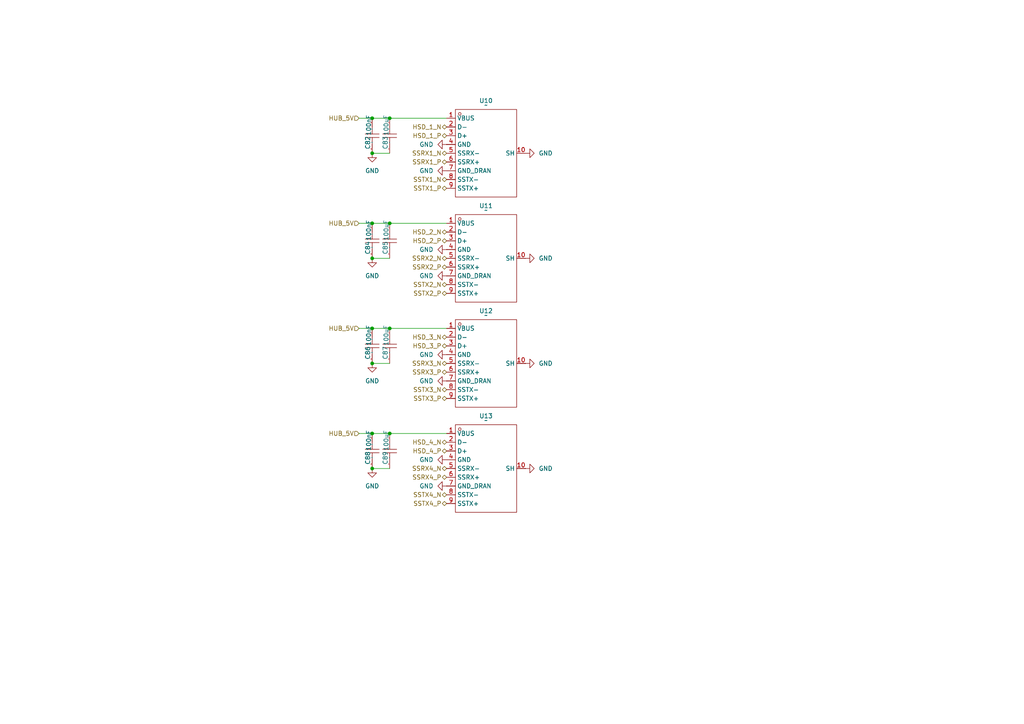
<source format=kicad_sch>
(kicad_sch
	(version 20231120)
	(generator "eeschema")
	(generator_version "8.0")
	(uuid "535b0c82-9c13-4c46-b12d-cecfef2975c8")
	(paper "A4")
	(lib_symbols
		(symbol "persional_library:C0603"
			(exclude_from_sim no)
			(in_bom yes)
			(on_board yes)
			(property "Reference" "C"
				(at 0 0 0)
				(effects
					(font
						(size 1.27 1.27)
					)
				)
			)
			(property "Value" "1uF"
				(at 0 0 0)
				(effects
					(font
						(size 1.27 1.27)
					)
					(hide yes)
				)
			)
			(property "Footprint" "persional_library:C0603"
				(at 0 0 0)
				(effects
					(font
						(size 1.27 1.27)
					)
					(hide yes)
				)
			)
			(property "Datasheet" "https://item.szlcsc.com/datasheet/CL10A105KB8NNNC/16531.html"
				(at 0 0 0)
				(effects
					(font
						(size 1.27 1.27)
					)
					(hide yes)
				)
			)
			(property "Description" "容值:1uF;精度:±10%;额定电压:50V;温度系数:X5R;"
				(at 0 0 0)
				(effects
					(font
						(size 1.27 1.27)
					)
					(hide yes)
				)
			)
			(property "Manufacturer Part" "CL10A105KB8NNNC"
				(at 0 0 0)
				(effects
					(font
						(size 1.27 1.27)
					)
					(hide yes)
				)
			)
			(property "Manufacturer" "SAMSUNG(三星)"
				(at 0 0 0)
				(effects
					(font
						(size 1.27 1.27)
					)
					(hide yes)
				)
			)
			(property "Supplier Part" "C15849"
				(at 0 0 0)
				(effects
					(font
						(size 1.27 1.27)
					)
					(hide yes)
				)
			)
			(property "Supplier" "LCSC"
				(at 0 0 0)
				(effects
					(font
						(size 1.27 1.27)
					)
					(hide yes)
				)
			)
			(property "LCSC Part Name" "1uF ±10% 50V"
				(at 0 0 0)
				(effects
					(font
						(size 1.27 1.27)
					)
					(hide yes)
				)
			)
			(symbol "C0603_1_0"
				(polyline
					(pts
						(xy -0.508 -2.032) (xy -0.508 2.032)
					)
					(stroke
						(width 0)
						(type default)
					)
					(fill
						(type none)
					)
				)
				(polyline
					(pts
						(xy -0.508 0) (xy -2.54 0)
					)
					(stroke
						(width 0)
						(type default)
					)
					(fill
						(type none)
					)
				)
				(polyline
					(pts
						(xy 0.508 2.032) (xy 0.508 -2.032)
					)
					(stroke
						(width 0)
						(type default)
					)
					(fill
						(type none)
					)
				)
				(polyline
					(pts
						(xy 2.54 0) (xy 0.508 0)
					)
					(stroke
						(width 0)
						(type default)
					)
					(fill
						(type none)
					)
				)
				(pin unspecified line
					(at -5.08 0 0)
					(length 2.54)
					(name "1"
						(effects
							(font
								(size 0.0254 0.0254)
							)
						)
					)
					(number "1"
						(effects
							(font
								(size 0.0254 0.0254)
							)
						)
					)
				)
				(pin unspecified line
					(at 5.08 0 180)
					(length 2.54)
					(name "2"
						(effects
							(font
								(size 0.0254 0.0254)
							)
						)
					)
					(number "2"
						(effects
							(font
								(size 0.0254 0.0254)
							)
						)
					)
				)
			)
		)
		(symbol "persional_library:HC-USB3.0-L168-WP"
			(exclude_from_sim no)
			(in_bom yes)
			(on_board yes)
			(property "Reference" "U"
				(at 0 0 0)
				(effects
					(font
						(size 1.27 1.27)
					)
				)
			)
			(property "Value" ""
				(at 0 0 0)
				(effects
					(font
						(size 1.27 1.27)
					)
				)
			)
			(property "Footprint" "persional_library:USB-TH_USB3.0-A"
				(at 0 0 0)
				(effects
					(font
						(size 1.27 1.27)
					)
					(hide yes)
				)
			)
			(property "Datasheet" "https://atta.szlcsc.com/upload/public/pdf/source/20250106/8BA10F86CAFCDDAE18949503A37B0231.pdf"
				(at 0 0 0)
				(effects
					(font
						(size 1.27 1.27)
					)
					(hide yes)
				)
			)
			(property "Description" "连接器类型:Type-A;协议标准:USB 3.0;公母:母;安装方式:弯插;触点数量:9P;端口数量:1;额定电流 - 电源:1.5A;工作温度:-25°C~+70°C;"
				(at 0 0 0)
				(effects
					(font
						(size 1.27 1.27)
					)
					(hide yes)
				)
			)
			(property "Manufacturer Part" "HC-USB3.0-L168-WP"
				(at 0 0 0)
				(effects
					(font
						(size 1.27 1.27)
					)
					(hide yes)
				)
			)
			(property "Manufacturer" "HC(虹成电子)"
				(at 0 0 0)
				(effects
					(font
						(size 1.27 1.27)
					)
					(hide yes)
				)
			)
			(property "Supplier Part" "C7501850"
				(at 0 0 0)
				(effects
					(font
						(size 1.27 1.27)
					)
					(hide yes)
				)
			)
			(property "Supplier" "LCSC"
				(at 0 0 0)
				(effects
					(font
						(size 1.27 1.27)
					)
					(hide yes)
				)
			)
			(property "LCSC Part Name" "Type-A 母 弯插 USB3.0 A母90度 弯脚蓝色平口 吸塑盒"
				(at 0 0 0)
				(effects
					(font
						(size 1.27 1.27)
					)
					(hide yes)
				)
			)
			(symbol "HC-USB3.0-L168-WP_1_0"
				(rectangle
					(start -10.16 -12.7)
					(end 7.62 12.7)
					(stroke
						(width 0)
						(type default)
					)
					(fill
						(type none)
					)
				)
				(circle
					(center -8.89 11.43)
					(radius 0.381)
					(stroke
						(width 0)
						(type default)
					)
					(fill
						(type none)
					)
				)
				(pin unspecified line
					(at -12.7 10.16 0)
					(length 2.54)
					(name "VBUS"
						(effects
							(font
								(size 1.27 1.27)
							)
						)
					)
					(number "1"
						(effects
							(font
								(size 1.27 1.27)
							)
						)
					)
				)
				(pin unspecified line
					(at 10.16 0 180)
					(length 2.54)
					(name "SH"
						(effects
							(font
								(size 1.27 1.27)
							)
						)
					)
					(number "10"
						(effects
							(font
								(size 1.27 1.27)
							)
						)
					)
				)
				(pin unspecified line
					(at -12.7 7.62 0)
					(length 2.54)
					(name "D-"
						(effects
							(font
								(size 1.27 1.27)
							)
						)
					)
					(number "2"
						(effects
							(font
								(size 1.27 1.27)
							)
						)
					)
				)
				(pin unspecified line
					(at -12.7 5.08 0)
					(length 2.54)
					(name "D+"
						(effects
							(font
								(size 1.27 1.27)
							)
						)
					)
					(number "3"
						(effects
							(font
								(size 1.27 1.27)
							)
						)
					)
				)
				(pin unspecified line
					(at -12.7 2.54 0)
					(length 2.54)
					(name "GND"
						(effects
							(font
								(size 1.27 1.27)
							)
						)
					)
					(number "4"
						(effects
							(font
								(size 1.27 1.27)
							)
						)
					)
				)
				(pin unspecified line
					(at -12.7 0 0)
					(length 2.54)
					(name "SSRX-"
						(effects
							(font
								(size 1.27 1.27)
							)
						)
					)
					(number "5"
						(effects
							(font
								(size 1.27 1.27)
							)
						)
					)
				)
				(pin unspecified line
					(at -12.7 -2.54 0)
					(length 2.54)
					(name "SSRX+"
						(effects
							(font
								(size 1.27 1.27)
							)
						)
					)
					(number "6"
						(effects
							(font
								(size 1.27 1.27)
							)
						)
					)
				)
				(pin unspecified line
					(at -12.7 -5.08 0)
					(length 2.54)
					(name "GND_DRAN"
						(effects
							(font
								(size 1.27 1.27)
							)
						)
					)
					(number "7"
						(effects
							(font
								(size 1.27 1.27)
							)
						)
					)
				)
				(pin unspecified line
					(at -12.7 -7.62 0)
					(length 2.54)
					(name "SSTX-"
						(effects
							(font
								(size 1.27 1.27)
							)
						)
					)
					(number "8"
						(effects
							(font
								(size 1.27 1.27)
							)
						)
					)
				)
				(pin unspecified line
					(at -12.7 -10.16 0)
					(length 2.54)
					(name "SSTX+"
						(effects
							(font
								(size 1.27 1.27)
							)
						)
					)
					(number "9"
						(effects
							(font
								(size 1.27 1.27)
							)
						)
					)
				)
			)
		)
		(symbol "power:GND"
			(power)
			(pin_numbers hide)
			(pin_names
				(offset 0) hide)
			(exclude_from_sim no)
			(in_bom yes)
			(on_board yes)
			(property "Reference" "#PWR"
				(at 0 -6.35 0)
				(effects
					(font
						(size 1.27 1.27)
					)
					(hide yes)
				)
			)
			(property "Value" "GND"
				(at 0 -3.81 0)
				(effects
					(font
						(size 1.27 1.27)
					)
				)
			)
			(property "Footprint" ""
				(at 0 0 0)
				(effects
					(font
						(size 1.27 1.27)
					)
					(hide yes)
				)
			)
			(property "Datasheet" ""
				(at 0 0 0)
				(effects
					(font
						(size 1.27 1.27)
					)
					(hide yes)
				)
			)
			(property "Description" "Power symbol creates a global label with name \"GND\" , ground"
				(at 0 0 0)
				(effects
					(font
						(size 1.27 1.27)
					)
					(hide yes)
				)
			)
			(property "ki_keywords" "global power"
				(at 0 0 0)
				(effects
					(font
						(size 1.27 1.27)
					)
					(hide yes)
				)
			)
			(symbol "GND_0_1"
				(polyline
					(pts
						(xy 0 0) (xy 0 -1.27) (xy 1.27 -1.27) (xy 0 -2.54) (xy -1.27 -1.27) (xy 0 -1.27)
					)
					(stroke
						(width 0)
						(type default)
					)
					(fill
						(type none)
					)
				)
			)
			(symbol "GND_1_1"
				(pin power_in line
					(at 0 0 270)
					(length 0)
					(name "~"
						(effects
							(font
								(size 1.27 1.27)
							)
						)
					)
					(number "1"
						(effects
							(font
								(size 1.27 1.27)
							)
						)
					)
				)
			)
		)
	)
	(junction
		(at 113.03 95.25)
		(diameter 0)
		(color 0 0 0 0)
		(uuid "02d03010-5166-4387-b314-0cd5d7975382")
	)
	(junction
		(at 107.95 105.41)
		(diameter 0)
		(color 0 0 0 0)
		(uuid "0a32d6f4-b451-474c-b00d-634ab929aa68")
	)
	(junction
		(at 107.95 125.73)
		(diameter 0)
		(color 0 0 0 0)
		(uuid "0e9214aa-635f-4bcb-b3b3-0078cc4e394f")
	)
	(junction
		(at 107.95 135.89)
		(diameter 0)
		(color 0 0 0 0)
		(uuid "18049827-58ea-4eff-9b71-96eee73eb3fd")
	)
	(junction
		(at 113.03 34.29)
		(diameter 0)
		(color 0 0 0 0)
		(uuid "2e5ef007-a9c6-4e70-94f0-4b7c40efb898")
	)
	(junction
		(at 107.95 34.29)
		(diameter 0)
		(color 0 0 0 0)
		(uuid "3dadc8ae-ddf8-462b-a0ee-1384f02c8242")
	)
	(junction
		(at 107.95 64.77)
		(diameter 0)
		(color 0 0 0 0)
		(uuid "46cdac82-5ac6-4419-b9bc-84e64ff9b0c7")
	)
	(junction
		(at 107.95 44.45)
		(diameter 0)
		(color 0 0 0 0)
		(uuid "52230978-dcd7-4adc-ad2d-5d6a30091c8d")
	)
	(junction
		(at 107.95 74.93)
		(diameter 0)
		(color 0 0 0 0)
		(uuid "86a0dc8c-fa2b-4035-830e-3c0f0547a15e")
	)
	(junction
		(at 107.95 95.25)
		(diameter 0)
		(color 0 0 0 0)
		(uuid "b62e0cad-4eb4-40f5-be35-76ae6ff44543")
	)
	(junction
		(at 113.03 125.73)
		(diameter 0)
		(color 0 0 0 0)
		(uuid "e0a415fc-ce5a-431e-9b24-fc3110f64565")
	)
	(junction
		(at 113.03 64.77)
		(diameter 0)
		(color 0 0 0 0)
		(uuid "f4250cd1-bec2-496a-b24f-40d3855ecefd")
	)
	(wire
		(pts
			(xy 104.14 34.29) (xy 107.95 34.29)
		)
		(stroke
			(width 0)
			(type default)
		)
		(uuid "056ac02a-f136-4713-b147-820a2172bf08")
	)
	(wire
		(pts
			(xy 107.95 135.89) (xy 113.03 135.89)
		)
		(stroke
			(width 0)
			(type default)
		)
		(uuid "1c45f657-6695-4c01-affc-0fdc508693fe")
	)
	(wire
		(pts
			(xy 113.03 95.25) (xy 129.54 95.25)
		)
		(stroke
			(width 0)
			(type default)
		)
		(uuid "2af189b0-80f6-42e1-9cfd-bde863ee4c41")
	)
	(wire
		(pts
			(xy 107.95 34.29) (xy 113.03 34.29)
		)
		(stroke
			(width 0)
			(type default)
		)
		(uuid "2e067f1e-9764-4d68-b617-7bcd895925a9")
	)
	(wire
		(pts
			(xy 113.03 34.29) (xy 129.54 34.29)
		)
		(stroke
			(width 0)
			(type default)
		)
		(uuid "4d002dc4-9371-4588-be3c-d873509fb5f3")
	)
	(wire
		(pts
			(xy 113.03 125.73) (xy 129.54 125.73)
		)
		(stroke
			(width 0)
			(type default)
		)
		(uuid "5152839b-2334-40dc-b8c4-18df8d52ebd1")
	)
	(wire
		(pts
			(xy 104.14 125.73) (xy 107.95 125.73)
		)
		(stroke
			(width 0)
			(type default)
		)
		(uuid "536c8a7a-145c-451b-9046-ae69491372be")
	)
	(wire
		(pts
			(xy 107.95 105.41) (xy 113.03 105.41)
		)
		(stroke
			(width 0)
			(type default)
		)
		(uuid "5bcc86ec-fe00-43c7-8ba3-9d331083667a")
	)
	(wire
		(pts
			(xy 107.95 95.25) (xy 113.03 95.25)
		)
		(stroke
			(width 0)
			(type default)
		)
		(uuid "5eeb182b-8429-4bc5-95f5-c48ac9bb4afd")
	)
	(wire
		(pts
			(xy 113.03 64.77) (xy 129.54 64.77)
		)
		(stroke
			(width 0)
			(type default)
		)
		(uuid "67800bfe-edf4-4240-b86f-9ec6cebf605f")
	)
	(wire
		(pts
			(xy 107.95 44.45) (xy 113.03 44.45)
		)
		(stroke
			(width 0)
			(type default)
		)
		(uuid "b198e1d5-a9c3-4e30-b0ff-8b6db6f1d5b1")
	)
	(wire
		(pts
			(xy 107.95 64.77) (xy 113.03 64.77)
		)
		(stroke
			(width 0)
			(type default)
		)
		(uuid "c2589a0e-da01-4887-94c5-fed5f78c6990")
	)
	(wire
		(pts
			(xy 104.14 64.77) (xy 107.95 64.77)
		)
		(stroke
			(width 0)
			(type default)
		)
		(uuid "ce22ca83-ba2e-437f-858d-12de265f8b27")
	)
	(wire
		(pts
			(xy 107.95 125.73) (xy 113.03 125.73)
		)
		(stroke
			(width 0)
			(type default)
		)
		(uuid "cf06de79-98b7-4cb7-a5d7-03e2bb3ff5c9")
	)
	(wire
		(pts
			(xy 107.95 74.93) (xy 113.03 74.93)
		)
		(stroke
			(width 0)
			(type default)
		)
		(uuid "d08e3c72-fc51-43db-84ab-2633564f8ba3")
	)
	(wire
		(pts
			(xy 104.14 95.25) (xy 107.95 95.25)
		)
		(stroke
			(width 0)
			(type default)
		)
		(uuid "ea6f5b8b-2d6c-443c-915c-309a05bccc3a")
	)
	(hierarchical_label "SSRX4_P"
		(shape bidirectional)
		(at 129.54 138.43 180)
		(effects
			(font
				(size 1.27 1.27)
			)
			(justify right)
		)
		(uuid "02019d04-2ce0-4612-9720-54e3bf9bded0")
	)
	(hierarchical_label "SSTX4_P"
		(shape bidirectional)
		(at 129.54 146.05 180)
		(effects
			(font
				(size 1.27 1.27)
			)
			(justify right)
		)
		(uuid "091debd1-93e9-4781-afbc-64f546888ea5")
	)
	(hierarchical_label "HSD_4_P"
		(shape bidirectional)
		(at 129.54 130.81 180)
		(effects
			(font
				(size 1.27 1.27)
			)
			(justify right)
		)
		(uuid "1678803e-a676-4148-b6ea-83dda32b4e34")
	)
	(hierarchical_label "SSTX1_P"
		(shape bidirectional)
		(at 129.54 54.61 180)
		(effects
			(font
				(size 1.27 1.27)
			)
			(justify right)
		)
		(uuid "16a43a84-d83c-4a23-830d-1b6c0009e106")
	)
	(hierarchical_label "HUB_5V"
		(shape input)
		(at 104.14 64.77 180)
		(effects
			(font
				(size 1.27 1.27)
			)
			(justify right)
		)
		(uuid "1d8cceed-3c82-4185-8583-7c92e94afca5")
	)
	(hierarchical_label "SSTX3_N"
		(shape bidirectional)
		(at 129.54 113.03 180)
		(effects
			(font
				(size 1.27 1.27)
			)
			(justify right)
		)
		(uuid "25c38b92-7e5c-4d9b-ab62-4edc540a40b1")
	)
	(hierarchical_label "SSRX2_N"
		(shape bidirectional)
		(at 129.54 74.93 180)
		(effects
			(font
				(size 1.27 1.27)
			)
			(justify right)
		)
		(uuid "2cbef059-0535-4785-8e16-1fe4daf54003")
	)
	(hierarchical_label "HUB_5V"
		(shape input)
		(at 104.14 125.73 180)
		(effects
			(font
				(size 1.27 1.27)
			)
			(justify right)
		)
		(uuid "300922f3-2a7b-46d9-9ba4-2db023b01bf6")
	)
	(hierarchical_label "SSRX3_N"
		(shape bidirectional)
		(at 129.54 105.41 180)
		(effects
			(font
				(size 1.27 1.27)
			)
			(justify right)
		)
		(uuid "358b96c9-ca98-450e-8184-6cf092802985")
	)
	(hierarchical_label "HUB_5V"
		(shape input)
		(at 104.14 95.25 180)
		(effects
			(font
				(size 1.27 1.27)
			)
			(justify right)
		)
		(uuid "4adf0cf5-d7c3-4bff-958f-3f7d0c8141bf")
	)
	(hierarchical_label "SSRX1_P"
		(shape bidirectional)
		(at 129.54 46.99 180)
		(effects
			(font
				(size 1.27 1.27)
			)
			(justify right)
		)
		(uuid "5904fb32-b9f2-4684-870c-3ff868962603")
	)
	(hierarchical_label "SSRX3_P"
		(shape bidirectional)
		(at 129.54 107.95 180)
		(effects
			(font
				(size 1.27 1.27)
			)
			(justify right)
		)
		(uuid "5e0ee794-9950-45a3-9bdf-47763a0a6d31")
	)
	(hierarchical_label "SSRX2_P"
		(shape bidirectional)
		(at 129.54 77.47 180)
		(effects
			(font
				(size 1.27 1.27)
			)
			(justify right)
		)
		(uuid "6184bc57-0cce-441d-ac8c-032410db03ef")
	)
	(hierarchical_label "SSRX4_N"
		(shape bidirectional)
		(at 129.54 135.89 180)
		(effects
			(font
				(size 1.27 1.27)
			)
			(justify right)
		)
		(uuid "7883a9d8-9c78-4004-8680-4b5e70804d28")
	)
	(hierarchical_label "HSD_4_N"
		(shape bidirectional)
		(at 129.54 128.27 180)
		(effects
			(font
				(size 1.27 1.27)
			)
			(justify right)
		)
		(uuid "7db74559-7277-439d-b0f1-39de38933abf")
	)
	(hierarchical_label "HSD_1_N"
		(shape bidirectional)
		(at 129.54 36.83 180)
		(effects
			(font
				(size 1.27 1.27)
			)
			(justify right)
		)
		(uuid "82252a09-fdb4-4ab0-b7f4-50d49f55d92d")
	)
	(hierarchical_label "HSD_2_N"
		(shape bidirectional)
		(at 129.54 67.31 180)
		(effects
			(font
				(size 1.27 1.27)
			)
			(justify right)
		)
		(uuid "8506040d-6d71-4ac2-9897-545c682c4e49")
	)
	(hierarchical_label "SSTX2_P"
		(shape bidirectional)
		(at 129.54 85.09 180)
		(effects
			(font
				(size 1.27 1.27)
			)
			(justify right)
		)
		(uuid "93b2a754-cdc2-4658-845f-41f76bb69fde")
	)
	(hierarchical_label "SSTX4_N"
		(shape bidirectional)
		(at 129.54 143.51 180)
		(effects
			(font
				(size 1.27 1.27)
			)
			(justify right)
		)
		(uuid "9e762ab2-1ba0-41cd-b4b1-bd92953091f1")
	)
	(hierarchical_label "HSD_3_P"
		(shape bidirectional)
		(at 129.54 100.33 180)
		(effects
			(font
				(size 1.27 1.27)
			)
			(justify right)
		)
		(uuid "be5ffba8-33e9-4ee2-b20e-fb9ca7c9791f")
	)
	(hierarchical_label "SSTX3_P"
		(shape bidirectional)
		(at 129.54 115.57 180)
		(effects
			(font
				(size 1.27 1.27)
			)
			(justify right)
		)
		(uuid "bfe0d5b6-bd43-4248-9f42-85280e8b48af")
	)
	(hierarchical_label "SSTX2_N"
		(shape bidirectional)
		(at 129.54 82.55 180)
		(effects
			(font
				(size 1.27 1.27)
			)
			(justify right)
		)
		(uuid "cf5c721e-7315-49ca-8f5e-77d9d85e6621")
	)
	(hierarchical_label "HSD_2_P"
		(shape bidirectional)
		(at 129.54 69.85 180)
		(effects
			(font
				(size 1.27 1.27)
			)
			(justify right)
		)
		(uuid "d998897f-c573-4da6-b145-9662c51ca3f2")
	)
	(hierarchical_label "HUB_5V"
		(shape input)
		(at 104.14 34.29 180)
		(effects
			(font
				(size 1.27 1.27)
			)
			(justify right)
		)
		(uuid "e1c6b61c-0894-43ef-9561-b5c85460e740")
	)
	(hierarchical_label "SSRX1_N"
		(shape bidirectional)
		(at 129.54 44.45 180)
		(effects
			(font
				(size 1.27 1.27)
			)
			(justify right)
		)
		(uuid "ef4d3195-b5e1-4e0d-b011-0356bf3e0276")
	)
	(hierarchical_label "HSD_1_P"
		(shape bidirectional)
		(at 129.54 39.37 180)
		(effects
			(font
				(size 1.27 1.27)
			)
			(justify right)
		)
		(uuid "f24fa805-4ce6-4a3e-87d8-10835e817da3")
	)
	(hierarchical_label "HSD_3_N"
		(shape bidirectional)
		(at 129.54 97.79 180)
		(effects
			(font
				(size 1.27 1.27)
			)
			(justify right)
		)
		(uuid "f37945a7-8cfd-4232-97d5-0d87a887cb34")
	)
	(hierarchical_label "SSTX1_N"
		(shape bidirectional)
		(at 129.54 52.07 180)
		(effects
			(font
				(size 1.27 1.27)
			)
			(justify right)
		)
		(uuid "ff9b8681-3ee5-428c-93f0-7b61e67731b5")
	)
	(symbol
		(lib_id "power:GND")
		(at 129.54 140.97 270)
		(unit 1)
		(exclude_from_sim no)
		(in_bom yes)
		(on_board yes)
		(dnp no)
		(fields_autoplaced yes)
		(uuid "0c8da3cb-34db-4083-88f4-aeff50ded15e")
		(property "Reference" "#PWR0150"
			(at 123.19 140.97 0)
			(effects
				(font
					(size 1.27 1.27)
				)
				(hide yes)
			)
		)
		(property "Value" "GND"
			(at 125.73 140.97 90)
			(effects
				(font
					(size 1.27 1.27)
				)
				(justify right)
			)
		)
		(property "Footprint" ""
			(at 129.54 140.97 0)
			(effects
				(font
					(size 1.27 1.27)
				)
				(hide yes)
			)
		)
		(property "Datasheet" ""
			(at 129.54 140.97 0)
			(effects
				(font
					(size 1.27 1.27)
				)
				(hide yes)
			)
		)
		(property "Description" "Power symbol creates a global label with name \"GND\" , ground"
			(at 129.54 140.97 0)
			(effects
				(font
					(size 1.27 1.27)
				)
				(hide yes)
			)
		)
		(pin "1"
			(uuid "809efc18-e802-4268-9b4a-e6d254f53932")
		)
		(instances
			(project "ChinoHub"
				(path "/bb6002ed-6e0a-40ea-a48c-f92cae8db5fa/7fc36221-98ca-48fe-a143-7bbdbb476871"
					(reference "#PWR0150")
					(unit 1)
				)
			)
		)
	)
	(symbol
		(lib_id "power:GND")
		(at 129.54 110.49 270)
		(unit 1)
		(exclude_from_sim no)
		(in_bom yes)
		(on_board yes)
		(dnp no)
		(fields_autoplaced yes)
		(uuid "116dbf06-1a6c-4c4f-86ac-36ab4cb72872")
		(property "Reference" "#PWR0148"
			(at 123.19 110.49 0)
			(effects
				(font
					(size 1.27 1.27)
				)
				(hide yes)
			)
		)
		(property "Value" "GND"
			(at 125.73 110.49 90)
			(effects
				(font
					(size 1.27 1.27)
				)
				(justify right)
			)
		)
		(property "Footprint" ""
			(at 129.54 110.49 0)
			(effects
				(font
					(size 1.27 1.27)
				)
				(hide yes)
			)
		)
		(property "Datasheet" ""
			(at 129.54 110.49 0)
			(effects
				(font
					(size 1.27 1.27)
				)
				(hide yes)
			)
		)
		(property "Description" "Power symbol creates a global label with name \"GND\" , ground"
			(at 129.54 110.49 0)
			(effects
				(font
					(size 1.27 1.27)
				)
				(hide yes)
			)
		)
		(pin "1"
			(uuid "f078fb7e-ece4-4a6f-92d4-879ac0240735")
		)
		(instances
			(project "ChinoHub"
				(path "/bb6002ed-6e0a-40ea-a48c-f92cae8db5fa/7fc36221-98ca-48fe-a143-7bbdbb476871"
					(reference "#PWR0148")
					(unit 1)
				)
			)
		)
	)
	(symbol
		(lib_id "persional_library:C0603")
		(at 107.95 130.81 270)
		(unit 1)
		(exclude_from_sim no)
		(in_bom yes)
		(on_board yes)
		(dnp no)
		(uuid "2c8e205f-f63b-4222-a667-280418fe70b1")
		(property "Reference" "C88"
			(at 106.68 132.842 0)
			(effects
				(font
					(size 1.27 1.27)
				)
			)
		)
		(property "Value" "100nF"
			(at 106.934 127.762 0)
			(effects
				(font
					(size 1.27 1.27)
				)
			)
		)
		(property "Footprint" "persional_library:C0603"
			(at 107.95 130.81 0)
			(effects
				(font
					(size 1.27 1.27)
				)
				(hide yes)
			)
		)
		(property "Datasheet" "https://item.szlcsc.com/datasheet/CL10A105KB8NNNC/16531.html"
			(at 107.95 130.81 0)
			(effects
				(font
					(size 1.27 1.27)
				)
				(hide yes)
			)
		)
		(property "Description" "容值:1uF;精度:±10%;额定电压:50V;温度系数:X5R;"
			(at 107.95 130.81 0)
			(effects
				(font
					(size 1.27 1.27)
				)
				(hide yes)
			)
		)
		(property "Manufacturer Part" "CL10A105KB8NNNC"
			(at 107.95 130.81 0)
			(effects
				(font
					(size 1.27 1.27)
				)
				(hide yes)
			)
		)
		(property "Manufacturer" "SAMSUNG(三星)"
			(at 107.95 130.81 0)
			(effects
				(font
					(size 1.27 1.27)
				)
				(hide yes)
			)
		)
		(property "Supplier Part" "C15849"
			(at 107.95 130.81 0)
			(effects
				(font
					(size 1.27 1.27)
				)
				(hide yes)
			)
		)
		(property "Supplier" "LCSC"
			(at 107.95 130.81 0)
			(effects
				(font
					(size 1.27 1.27)
				)
				(hide yes)
			)
		)
		(property "LCSC Part Name" "1uF ±10% 50V"
			(at 107.95 130.81 0)
			(effects
				(font
					(size 1.27 1.27)
				)
				(hide yes)
			)
		)
		(pin "2"
			(uuid "eb5553a5-1e4e-4df2-9c79-77281deb320c")
		)
		(pin "1"
			(uuid "b7f54642-2ae4-4cd2-b88b-7d3c13f6fdad")
		)
		(instances
			(project "ChinoHub"
				(path "/bb6002ed-6e0a-40ea-a48c-f92cae8db5fa/7fc36221-98ca-48fe-a143-7bbdbb476871"
					(reference "C88")
					(unit 1)
				)
			)
		)
	)
	(symbol
		(lib_id "persional_library:HC-USB3.0-L168-WP")
		(at 142.24 44.45 0)
		(unit 1)
		(exclude_from_sim no)
		(in_bom yes)
		(on_board yes)
		(dnp no)
		(fields_autoplaced yes)
		(uuid "2ce8f4b4-2df5-443b-9ba7-c38a819c165d")
		(property "Reference" "U10"
			(at 140.97 29.21 0)
			(effects
				(font
					(size 1.27 1.27)
				)
			)
		)
		(property "Value" "~"
			(at 140.97 30.48 0)
			(effects
				(font
					(size 1.27 1.27)
				)
			)
		)
		(property "Footprint" "persional_library:USB-TH_USB3.0-A"
			(at 142.24 44.45 0)
			(effects
				(font
					(size 1.27 1.27)
				)
				(hide yes)
			)
		)
		(property "Datasheet" "https://atta.szlcsc.com/upload/public/pdf/source/20250106/8BA10F86CAFCDDAE18949503A37B0231.pdf"
			(at 142.24 44.45 0)
			(effects
				(font
					(size 1.27 1.27)
				)
				(hide yes)
			)
		)
		(property "Description" "连接器类型:Type-A;协议标准:USB 3.0;公母:母;安装方式:弯插;触点数量:9P;端口数量:1;额定电流 - 电源:1.5A;工作温度:-25°C~+70°C;"
			(at 142.24 44.45 0)
			(effects
				(font
					(size 1.27 1.27)
				)
				(hide yes)
			)
		)
		(property "Manufacturer Part" "HC-USB3.0-L168-WP"
			(at 142.24 44.45 0)
			(effects
				(font
					(size 1.27 1.27)
				)
				(hide yes)
			)
		)
		(property "Manufacturer" "HC(虹成电子)"
			(at 142.24 44.45 0)
			(effects
				(font
					(size 1.27 1.27)
				)
				(hide yes)
			)
		)
		(property "Supplier Part" "C7501850"
			(at 142.24 44.45 0)
			(effects
				(font
					(size 1.27 1.27)
				)
				(hide yes)
			)
		)
		(property "Supplier" "LCSC"
			(at 142.24 44.45 0)
			(effects
				(font
					(size 1.27 1.27)
				)
				(hide yes)
			)
		)
		(property "LCSC Part Name" "Type-A 母 弯插 USB3.0 A母90度 弯脚蓝色平口 吸塑盒"
			(at 142.24 44.45 0)
			(effects
				(font
					(size 1.27 1.27)
				)
				(hide yes)
			)
		)
		(pin "1"
			(uuid "7352d1e2-2076-48f6-95a3-03c621bf81b5")
		)
		(pin "4"
			(uuid "3364f2c2-af1e-4526-a421-847cf6b12be4")
		)
		(pin "5"
			(uuid "0e2f33cd-9a06-4219-8870-8ca5cddc0b35")
		)
		(pin "3"
			(uuid "e110495d-b2e7-40d5-8070-567b4bfb2ccc")
		)
		(pin "2"
			(uuid "b8000118-ffd7-441c-ba55-226905be95ab")
		)
		(pin "6"
			(uuid "4cbc1b5b-65af-4661-a22e-b0e63d37414e")
		)
		(pin "9"
			(uuid "d324450c-154f-4aab-86a8-087a8a46d219")
		)
		(pin "7"
			(uuid "bf29f8f4-0a1b-40b4-a941-ff00786c31e7")
		)
		(pin "8"
			(uuid "427f95bd-9eda-43d4-a295-fbd9a417cba1")
		)
		(pin "10"
			(uuid "b885761b-2273-4f0f-bb70-2eebfe5c804a")
		)
		(instances
			(project ""
				(path "/bb6002ed-6e0a-40ea-a48c-f92cae8db5fa/7fc36221-98ca-48fe-a143-7bbdbb476871"
					(reference "U10")
					(unit 1)
				)
			)
		)
	)
	(symbol
		(lib_id "power:GND")
		(at 152.4 105.41 90)
		(unit 1)
		(exclude_from_sim no)
		(in_bom yes)
		(on_board yes)
		(dnp no)
		(fields_autoplaced yes)
		(uuid "3e4b9a34-56af-481d-bf28-31b4c0a6ab67")
		(property "Reference" "#PWR0141"
			(at 158.75 105.41 0)
			(effects
				(font
					(size 1.27 1.27)
				)
				(hide yes)
			)
		)
		(property "Value" "GND"
			(at 156.21 105.41 90)
			(effects
				(font
					(size 1.27 1.27)
				)
				(justify right)
			)
		)
		(property "Footprint" ""
			(at 152.4 105.41 0)
			(effects
				(font
					(size 1.27 1.27)
				)
				(hide yes)
			)
		)
		(property "Datasheet" ""
			(at 152.4 105.41 0)
			(effects
				(font
					(size 1.27 1.27)
				)
				(hide yes)
			)
		)
		(property "Description" "Power symbol creates a global label with name \"GND\" , ground"
			(at 152.4 105.41 0)
			(effects
				(font
					(size 1.27 1.27)
				)
				(hide yes)
			)
		)
		(pin "1"
			(uuid "455cce92-39dc-437c-8d68-5d6ff6369b71")
		)
		(instances
			(project "ChinoHub"
				(path "/bb6002ed-6e0a-40ea-a48c-f92cae8db5fa/7fc36221-98ca-48fe-a143-7bbdbb476871"
					(reference "#PWR0141")
					(unit 1)
				)
			)
		)
	)
	(symbol
		(lib_id "power:GND")
		(at 129.54 41.91 270)
		(unit 1)
		(exclude_from_sim no)
		(in_bom yes)
		(on_board yes)
		(dnp no)
		(fields_autoplaced yes)
		(uuid "5136deb6-7b60-42d1-9eb5-82773916dd87")
		(property "Reference" "#PWR0143"
			(at 123.19 41.91 0)
			(effects
				(font
					(size 1.27 1.27)
				)
				(hide yes)
			)
		)
		(property "Value" "GND"
			(at 125.73 41.91 90)
			(effects
				(font
					(size 1.27 1.27)
				)
				(justify right)
			)
		)
		(property "Footprint" ""
			(at 129.54 41.91 0)
			(effects
				(font
					(size 1.27 1.27)
				)
				(hide yes)
			)
		)
		(property "Datasheet" ""
			(at 129.54 41.91 0)
			(effects
				(font
					(size 1.27 1.27)
				)
				(hide yes)
			)
		)
		(property "Description" "Power symbol creates a global label with name \"GND\" , ground"
			(at 129.54 41.91 0)
			(effects
				(font
					(size 1.27 1.27)
				)
				(hide yes)
			)
		)
		(pin "1"
			(uuid "8442e9b4-3434-431f-92c7-9980e7c3b623")
		)
		(instances
			(project "ChinoHub"
				(path "/bb6002ed-6e0a-40ea-a48c-f92cae8db5fa/7fc36221-98ca-48fe-a143-7bbdbb476871"
					(reference "#PWR0143")
					(unit 1)
				)
			)
		)
	)
	(symbol
		(lib_id "power:GND")
		(at 129.54 80.01 270)
		(unit 1)
		(exclude_from_sim no)
		(in_bom yes)
		(on_board yes)
		(dnp no)
		(fields_autoplaced yes)
		(uuid "56d0a090-8693-4ca9-8012-245905e673be")
		(property "Reference" "#PWR0146"
			(at 123.19 80.01 0)
			(effects
				(font
					(size 1.27 1.27)
				)
				(hide yes)
			)
		)
		(property "Value" "GND"
			(at 125.73 80.01 90)
			(effects
				(font
					(size 1.27 1.27)
				)
				(justify right)
			)
		)
		(property "Footprint" ""
			(at 129.54 80.01 0)
			(effects
				(font
					(size 1.27 1.27)
				)
				(hide yes)
			)
		)
		(property "Datasheet" ""
			(at 129.54 80.01 0)
			(effects
				(font
					(size 1.27 1.27)
				)
				(hide yes)
			)
		)
		(property "Description" "Power symbol creates a global label with name \"GND\" , ground"
			(at 129.54 80.01 0)
			(effects
				(font
					(size 1.27 1.27)
				)
				(hide yes)
			)
		)
		(pin "1"
			(uuid "8c910620-2754-46cf-914b-d2d6b8bcdf37")
		)
		(instances
			(project "ChinoHub"
				(path "/bb6002ed-6e0a-40ea-a48c-f92cae8db5fa/7fc36221-98ca-48fe-a143-7bbdbb476871"
					(reference "#PWR0146")
					(unit 1)
				)
			)
		)
	)
	(symbol
		(lib_id "power:GND")
		(at 129.54 72.39 270)
		(unit 1)
		(exclude_from_sim no)
		(in_bom yes)
		(on_board yes)
		(dnp no)
		(fields_autoplaced yes)
		(uuid "5a220e9d-bcd1-45fd-a881-d945a32187ec")
		(property "Reference" "#PWR0145"
			(at 123.19 72.39 0)
			(effects
				(font
					(size 1.27 1.27)
				)
				(hide yes)
			)
		)
		(property "Value" "GND"
			(at 125.73 72.39 90)
			(effects
				(font
					(size 1.27 1.27)
				)
				(justify right)
			)
		)
		(property "Footprint" ""
			(at 129.54 72.39 0)
			(effects
				(font
					(size 1.27 1.27)
				)
				(hide yes)
			)
		)
		(property "Datasheet" ""
			(at 129.54 72.39 0)
			(effects
				(font
					(size 1.27 1.27)
				)
				(hide yes)
			)
		)
		(property "Description" "Power symbol creates a global label with name \"GND\" , ground"
			(at 129.54 72.39 0)
			(effects
				(font
					(size 1.27 1.27)
				)
				(hide yes)
			)
		)
		(pin "1"
			(uuid "3cefdc90-1754-4c64-9d72-7029e36e8f96")
		)
		(instances
			(project "ChinoHub"
				(path "/bb6002ed-6e0a-40ea-a48c-f92cae8db5fa/7fc36221-98ca-48fe-a143-7bbdbb476871"
					(reference "#PWR0145")
					(unit 1)
				)
			)
		)
	)
	(symbol
		(lib_id "persional_library:C0603")
		(at 107.95 69.85 270)
		(unit 1)
		(exclude_from_sim no)
		(in_bom yes)
		(on_board yes)
		(dnp no)
		(uuid "5a92f078-38aa-475f-9f06-bac46e6dbfe9")
		(property "Reference" "C84"
			(at 106.68 71.882 0)
			(effects
				(font
					(size 1.27 1.27)
				)
			)
		)
		(property "Value" "100nF"
			(at 106.934 66.802 0)
			(effects
				(font
					(size 1.27 1.27)
				)
			)
		)
		(property "Footprint" "persional_library:C0603"
			(at 107.95 69.85 0)
			(effects
				(font
					(size 1.27 1.27)
				)
				(hide yes)
			)
		)
		(property "Datasheet" "https://item.szlcsc.com/datasheet/CL10A105KB8NNNC/16531.html"
			(at 107.95 69.85 0)
			(effects
				(font
					(size 1.27 1.27)
				)
				(hide yes)
			)
		)
		(property "Description" "容值:1uF;精度:±10%;额定电压:50V;温度系数:X5R;"
			(at 107.95 69.85 0)
			(effects
				(font
					(size 1.27 1.27)
				)
				(hide yes)
			)
		)
		(property "Manufacturer Part" "CL10A105KB8NNNC"
			(at 107.95 69.85 0)
			(effects
				(font
					(size 1.27 1.27)
				)
				(hide yes)
			)
		)
		(property "Manufacturer" "SAMSUNG(三星)"
			(at 107.95 69.85 0)
			(effects
				(font
					(size 1.27 1.27)
				)
				(hide yes)
			)
		)
		(property "Supplier Part" "C15849"
			(at 107.95 69.85 0)
			(effects
				(font
					(size 1.27 1.27)
				)
				(hide yes)
			)
		)
		(property "Supplier" "LCSC"
			(at 107.95 69.85 0)
			(effects
				(font
					(size 1.27 1.27)
				)
				(hide yes)
			)
		)
		(property "LCSC Part Name" "1uF ±10% 50V"
			(at 107.95 69.85 0)
			(effects
				(font
					(size 1.27 1.27)
				)
				(hide yes)
			)
		)
		(pin "2"
			(uuid "16095494-8608-4c71-aa09-9365228c4a22")
		)
		(pin "1"
			(uuid "68839bd0-3c57-4ff0-84da-895ebaccf173")
		)
		(instances
			(project "ChinoHub"
				(path "/bb6002ed-6e0a-40ea-a48c-f92cae8db5fa/7fc36221-98ca-48fe-a143-7bbdbb476871"
					(reference "C84")
					(unit 1)
				)
			)
		)
	)
	(symbol
		(lib_id "persional_library:HC-USB3.0-L168-WP")
		(at 142.24 74.93 0)
		(unit 1)
		(exclude_from_sim no)
		(in_bom yes)
		(on_board yes)
		(dnp no)
		(fields_autoplaced yes)
		(uuid "5ab6588d-78c1-4368-ab3f-170ac7ee8e00")
		(property "Reference" "U11"
			(at 140.97 59.69 0)
			(effects
				(font
					(size 1.27 1.27)
				)
			)
		)
		(property "Value" "~"
			(at 140.97 60.96 0)
			(effects
				(font
					(size 1.27 1.27)
				)
			)
		)
		(property "Footprint" "persional_library:USB-TH_USB3.0-A"
			(at 142.24 74.93 0)
			(effects
				(font
					(size 1.27 1.27)
				)
				(hide yes)
			)
		)
		(property "Datasheet" "https://atta.szlcsc.com/upload/public/pdf/source/20250106/8BA10F86CAFCDDAE18949503A37B0231.pdf"
			(at 142.24 74.93 0)
			(effects
				(font
					(size 1.27 1.27)
				)
				(hide yes)
			)
		)
		(property "Description" "连接器类型:Type-A;协议标准:USB 3.0;公母:母;安装方式:弯插;触点数量:9P;端口数量:1;额定电流 - 电源:1.5A;工作温度:-25°C~+70°C;"
			(at 142.24 74.93 0)
			(effects
				(font
					(size 1.27 1.27)
				)
				(hide yes)
			)
		)
		(property "Manufacturer Part" "HC-USB3.0-L168-WP"
			(at 142.24 74.93 0)
			(effects
				(font
					(size 1.27 1.27)
				)
				(hide yes)
			)
		)
		(property "Manufacturer" "HC(虹成电子)"
			(at 142.24 74.93 0)
			(effects
				(font
					(size 1.27 1.27)
				)
				(hide yes)
			)
		)
		(property "Supplier Part" "C7501850"
			(at 142.24 74.93 0)
			(effects
				(font
					(size 1.27 1.27)
				)
				(hide yes)
			)
		)
		(property "Supplier" "LCSC"
			(at 142.24 74.93 0)
			(effects
				(font
					(size 1.27 1.27)
				)
				(hide yes)
			)
		)
		(property "LCSC Part Name" "Type-A 母 弯插 USB3.0 A母90度 弯脚蓝色平口 吸塑盒"
			(at 142.24 74.93 0)
			(effects
				(font
					(size 1.27 1.27)
				)
				(hide yes)
			)
		)
		(pin "1"
			(uuid "f1e45d28-7b39-4b8e-b99f-59abc23b6248")
		)
		(pin "4"
			(uuid "2bc94c6c-ee92-4055-b7ba-11e3cff40a28")
		)
		(pin "5"
			(uuid "1bdacc06-e811-4e32-a807-b6a8084a84eb")
		)
		(pin "3"
			(uuid "61716e0b-1fac-4c2b-bf59-81e849f40b9d")
		)
		(pin "2"
			(uuid "4b79f0c9-7c24-451f-aa8f-b7b95149449d")
		)
		(pin "6"
			(uuid "9e136e0c-2c94-451b-ae95-297a01368cd6")
		)
		(pin "9"
			(uuid "80ac343a-c259-4c5d-a44e-51c10bf6a678")
		)
		(pin "7"
			(uuid "6f40b057-f485-406b-92a8-981d1721ed78")
		)
		(pin "8"
			(uuid "fa31a84d-ab47-4d02-b705-981754ceabec")
		)
		(pin "10"
			(uuid "fb3eb647-b675-425c-9ff2-69759b87ed3c")
		)
		(instances
			(project "ChinoHub"
				(path "/bb6002ed-6e0a-40ea-a48c-f92cae8db5fa/7fc36221-98ca-48fe-a143-7bbdbb476871"
					(reference "U11")
					(unit 1)
				)
			)
		)
	)
	(symbol
		(lib_id "persional_library:C0603")
		(at 113.03 100.33 270)
		(unit 1)
		(exclude_from_sim no)
		(in_bom yes)
		(on_board yes)
		(dnp no)
		(uuid "5fd103fd-ae68-46fe-b42a-c1f7dc7eea5d")
		(property "Reference" "C87"
			(at 111.76 102.362 0)
			(effects
				(font
					(size 1.27 1.27)
				)
			)
		)
		(property "Value" "100uF"
			(at 112.014 97.282 0)
			(effects
				(font
					(size 1.27 1.27)
				)
			)
		)
		(property "Footprint" "persional_library:C0603"
			(at 113.03 100.33 0)
			(effects
				(font
					(size 1.27 1.27)
				)
				(hide yes)
			)
		)
		(property "Datasheet" "https://item.szlcsc.com/datasheet/CL10A105KB8NNNC/16531.html"
			(at 113.03 100.33 0)
			(effects
				(font
					(size 1.27 1.27)
				)
				(hide yes)
			)
		)
		(property "Description" "容值:1uF;精度:±10%;额定电压:50V;温度系数:X5R;"
			(at 113.03 100.33 0)
			(effects
				(font
					(size 1.27 1.27)
				)
				(hide yes)
			)
		)
		(property "Manufacturer Part" "CL10A105KB8NNNC"
			(at 113.03 100.33 0)
			(effects
				(font
					(size 1.27 1.27)
				)
				(hide yes)
			)
		)
		(property "Manufacturer" "SAMSUNG(三星)"
			(at 113.03 100.33 0)
			(effects
				(font
					(size 1.27 1.27)
				)
				(hide yes)
			)
		)
		(property "Supplier Part" "C15849"
			(at 113.03 100.33 0)
			(effects
				(font
					(size 1.27 1.27)
				)
				(hide yes)
			)
		)
		(property "Supplier" "LCSC"
			(at 113.03 100.33 0)
			(effects
				(font
					(size 1.27 1.27)
				)
				(hide yes)
			)
		)
		(property "LCSC Part Name" "1uF ±10% 50V"
			(at 113.03 100.33 0)
			(effects
				(font
					(size 1.27 1.27)
				)
				(hide yes)
			)
		)
		(pin "2"
			(uuid "87d51c1f-d087-4dc6-8110-28da86e60742")
		)
		(pin "1"
			(uuid "48e98198-020c-41d6-ae57-27391c999ec2")
		)
		(instances
			(project "ChinoHub"
				(path "/bb6002ed-6e0a-40ea-a48c-f92cae8db5fa/7fc36221-98ca-48fe-a143-7bbdbb476871"
					(reference "C87")
					(unit 1)
				)
			)
		)
	)
	(symbol
		(lib_id "persional_library:HC-USB3.0-L168-WP")
		(at 142.24 105.41 0)
		(unit 1)
		(exclude_from_sim no)
		(in_bom yes)
		(on_board yes)
		(dnp no)
		(fields_autoplaced yes)
		(uuid "678e1d85-5945-4f0e-b536-0681cf4fe5bc")
		(property "Reference" "U12"
			(at 140.97 90.17 0)
			(effects
				(font
					(size 1.27 1.27)
				)
			)
		)
		(property "Value" "~"
			(at 140.97 91.44 0)
			(effects
				(font
					(size 1.27 1.27)
				)
			)
		)
		(property "Footprint" "persional_library:USB-TH_USB3.0-A"
			(at 142.24 105.41 0)
			(effects
				(font
					(size 1.27 1.27)
				)
				(hide yes)
			)
		)
		(property "Datasheet" "https://atta.szlcsc.com/upload/public/pdf/source/20250106/8BA10F86CAFCDDAE18949503A37B0231.pdf"
			(at 142.24 105.41 0)
			(effects
				(font
					(size 1.27 1.27)
				)
				(hide yes)
			)
		)
		(property "Description" "连接器类型:Type-A;协议标准:USB 3.0;公母:母;安装方式:弯插;触点数量:9P;端口数量:1;额定电流 - 电源:1.5A;工作温度:-25°C~+70°C;"
			(at 142.24 105.41 0)
			(effects
				(font
					(size 1.27 1.27)
				)
				(hide yes)
			)
		)
		(property "Manufacturer Part" "HC-USB3.0-L168-WP"
			(at 142.24 105.41 0)
			(effects
				(font
					(size 1.27 1.27)
				)
				(hide yes)
			)
		)
		(property "Manufacturer" "HC(虹成电子)"
			(at 142.24 105.41 0)
			(effects
				(font
					(size 1.27 1.27)
				)
				(hide yes)
			)
		)
		(property "Supplier Part" "C7501850"
			(at 142.24 105.41 0)
			(effects
				(font
					(size 1.27 1.27)
				)
				(hide yes)
			)
		)
		(property "Supplier" "LCSC"
			(at 142.24 105.41 0)
			(effects
				(font
					(size 1.27 1.27)
				)
				(hide yes)
			)
		)
		(property "LCSC Part Name" "Type-A 母 弯插 USB3.0 A母90度 弯脚蓝色平口 吸塑盒"
			(at 142.24 105.41 0)
			(effects
				(font
					(size 1.27 1.27)
				)
				(hide yes)
			)
		)
		(pin "1"
			(uuid "d20947b4-2878-44c7-879c-a015a50a7bf5")
		)
		(pin "4"
			(uuid "48825fb7-b46b-4778-9de7-81d2145b9c08")
		)
		(pin "5"
			(uuid "bbc750e5-8cf6-448e-89bf-b1708401ff26")
		)
		(pin "3"
			(uuid "ccb5a571-ae0b-4407-b405-2233da85f624")
		)
		(pin "2"
			(uuid "efe8a99f-feeb-4e28-b36d-de1eef4fd902")
		)
		(pin "6"
			(uuid "c50bef4e-a428-450e-a93b-e5c6bdc629fb")
		)
		(pin "9"
			(uuid "1c8ae9af-1b04-4252-b15d-2e5acc012b3a")
		)
		(pin "7"
			(uuid "12c9dd64-318a-47e1-a585-270a95fa7c8e")
		)
		(pin "8"
			(uuid "2cf6c821-e2c6-4dd1-af40-1a8f043ad59d")
		)
		(pin "10"
			(uuid "593324c5-01b7-4308-bc59-18188f3198bf")
		)
		(instances
			(project "ChinoHub"
				(path "/bb6002ed-6e0a-40ea-a48c-f92cae8db5fa/7fc36221-98ca-48fe-a143-7bbdbb476871"
					(reference "U12")
					(unit 1)
				)
			)
		)
	)
	(symbol
		(lib_id "power:GND")
		(at 129.54 133.35 270)
		(unit 1)
		(exclude_from_sim no)
		(in_bom yes)
		(on_board yes)
		(dnp no)
		(fields_autoplaced yes)
		(uuid "82935e42-7406-4c9e-8d76-0e50cbf1ef0c")
		(property "Reference" "#PWR0149"
			(at 123.19 133.35 0)
			(effects
				(font
					(size 1.27 1.27)
				)
				(hide yes)
			)
		)
		(property "Value" "GND"
			(at 125.73 133.35 90)
			(effects
				(font
					(size 1.27 1.27)
				)
				(justify right)
			)
		)
		(property "Footprint" ""
			(at 129.54 133.35 0)
			(effects
				(font
					(size 1.27 1.27)
				)
				(hide yes)
			)
		)
		(property "Datasheet" ""
			(at 129.54 133.35 0)
			(effects
				(font
					(size 1.27 1.27)
				)
				(hide yes)
			)
		)
		(property "Description" "Power symbol creates a global label with name \"GND\" , ground"
			(at 129.54 133.35 0)
			(effects
				(font
					(size 1.27 1.27)
				)
				(hide yes)
			)
		)
		(pin "1"
			(uuid "45cce060-0dba-4021-a95f-5dbe1c8678c4")
		)
		(instances
			(project "ChinoHub"
				(path "/bb6002ed-6e0a-40ea-a48c-f92cae8db5fa/7fc36221-98ca-48fe-a143-7bbdbb476871"
					(reference "#PWR0149")
					(unit 1)
				)
			)
		)
	)
	(symbol
		(lib_id "power:GND")
		(at 129.54 49.53 270)
		(unit 1)
		(exclude_from_sim no)
		(in_bom yes)
		(on_board yes)
		(dnp no)
		(fields_autoplaced yes)
		(uuid "8712e7d2-d4ae-4b3e-8acc-2825c7063aed")
		(property "Reference" "#PWR0144"
			(at 123.19 49.53 0)
			(effects
				(font
					(size 1.27 1.27)
				)
				(hide yes)
			)
		)
		(property "Value" "GND"
			(at 125.73 49.53 90)
			(effects
				(font
					(size 1.27 1.27)
				)
				(justify right)
			)
		)
		(property "Footprint" ""
			(at 129.54 49.53 0)
			(effects
				(font
					(size 1.27 1.27)
				)
				(hide yes)
			)
		)
		(property "Datasheet" ""
			(at 129.54 49.53 0)
			(effects
				(font
					(size 1.27 1.27)
				)
				(hide yes)
			)
		)
		(property "Description" "Power symbol creates a global label with name \"GND\" , ground"
			(at 129.54 49.53 0)
			(effects
				(font
					(size 1.27 1.27)
				)
				(hide yes)
			)
		)
		(pin "1"
			(uuid "d0a6454a-82c0-468e-b3e3-4851f1b3d219")
		)
		(instances
			(project "ChinoHub"
				(path "/bb6002ed-6e0a-40ea-a48c-f92cae8db5fa/7fc36221-98ca-48fe-a143-7bbdbb476871"
					(reference "#PWR0144")
					(unit 1)
				)
			)
		)
	)
	(symbol
		(lib_id "power:GND")
		(at 152.4 44.45 90)
		(unit 1)
		(exclude_from_sim no)
		(in_bom yes)
		(on_board yes)
		(dnp no)
		(fields_autoplaced yes)
		(uuid "8a3b2199-5eb6-4773-b923-c6803f202d4f")
		(property "Reference" "#PWR0140"
			(at 158.75 44.45 0)
			(effects
				(font
					(size 1.27 1.27)
				)
				(hide yes)
			)
		)
		(property "Value" "GND"
			(at 156.21 44.45 90)
			(effects
				(font
					(size 1.27 1.27)
				)
				(justify right)
			)
		)
		(property "Footprint" ""
			(at 152.4 44.45 0)
			(effects
				(font
					(size 1.27 1.27)
				)
				(hide yes)
			)
		)
		(property "Datasheet" ""
			(at 152.4 44.45 0)
			(effects
				(font
					(size 1.27 1.27)
				)
				(hide yes)
			)
		)
		(property "Description" "Power symbol creates a global label with name \"GND\" , ground"
			(at 152.4 44.45 0)
			(effects
				(font
					(size 1.27 1.27)
				)
				(hide yes)
			)
		)
		(pin "1"
			(uuid "e7f07ab2-4719-467c-8343-c76584860167")
		)
		(instances
			(project "ChinoHub"
				(path "/bb6002ed-6e0a-40ea-a48c-f92cae8db5fa/7fc36221-98ca-48fe-a143-7bbdbb476871"
					(reference "#PWR0140")
					(unit 1)
				)
			)
		)
	)
	(symbol
		(lib_id "power:GND")
		(at 152.4 74.93 90)
		(unit 1)
		(exclude_from_sim no)
		(in_bom yes)
		(on_board yes)
		(dnp no)
		(fields_autoplaced yes)
		(uuid "936876a9-7864-467c-81bc-491727f0b7c1")
		(property "Reference" "#PWR0139"
			(at 158.75 74.93 0)
			(effects
				(font
					(size 1.27 1.27)
				)
				(hide yes)
			)
		)
		(property "Value" "GND"
			(at 156.21 74.93 90)
			(effects
				(font
					(size 1.27 1.27)
				)
				(justify right)
			)
		)
		(property "Footprint" ""
			(at 152.4 74.93 0)
			(effects
				(font
					(size 1.27 1.27)
				)
				(hide yes)
			)
		)
		(property "Datasheet" ""
			(at 152.4 74.93 0)
			(effects
				(font
					(size 1.27 1.27)
				)
				(hide yes)
			)
		)
		(property "Description" "Power symbol creates a global label with name \"GND\" , ground"
			(at 152.4 74.93 0)
			(effects
				(font
					(size 1.27 1.27)
				)
				(hide yes)
			)
		)
		(pin "1"
			(uuid "98f3ec74-0346-464f-aef3-6e0f78cca266")
		)
		(instances
			(project "ChinoHub"
				(path "/bb6002ed-6e0a-40ea-a48c-f92cae8db5fa/7fc36221-98ca-48fe-a143-7bbdbb476871"
					(reference "#PWR0139")
					(unit 1)
				)
			)
		)
	)
	(symbol
		(lib_id "persional_library:C0603")
		(at 113.03 69.85 270)
		(unit 1)
		(exclude_from_sim no)
		(in_bom yes)
		(on_board yes)
		(dnp no)
		(uuid "b13bc6ba-005b-4713-99c2-12661016818d")
		(property "Reference" "C85"
			(at 111.76 71.882 0)
			(effects
				(font
					(size 1.27 1.27)
				)
			)
		)
		(property "Value" "100uF"
			(at 112.014 66.802 0)
			(effects
				(font
					(size 1.27 1.27)
				)
			)
		)
		(property "Footprint" "persional_library:C0603"
			(at 113.03 69.85 0)
			(effects
				(font
					(size 1.27 1.27)
				)
				(hide yes)
			)
		)
		(property "Datasheet" "https://item.szlcsc.com/datasheet/CL10A105KB8NNNC/16531.html"
			(at 113.03 69.85 0)
			(effects
				(font
					(size 1.27 1.27)
				)
				(hide yes)
			)
		)
		(property "Description" "容值:1uF;精度:±10%;额定电压:50V;温度系数:X5R;"
			(at 113.03 69.85 0)
			(effects
				(font
					(size 1.27 1.27)
				)
				(hide yes)
			)
		)
		(property "Manufacturer Part" "CL10A105KB8NNNC"
			(at 113.03 69.85 0)
			(effects
				(font
					(size 1.27 1.27)
				)
				(hide yes)
			)
		)
		(property "Manufacturer" "SAMSUNG(三星)"
			(at 113.03 69.85 0)
			(effects
				(font
					(size 1.27 1.27)
				)
				(hide yes)
			)
		)
		(property "Supplier Part" "C15849"
			(at 113.03 69.85 0)
			(effects
				(font
					(size 1.27 1.27)
				)
				(hide yes)
			)
		)
		(property "Supplier" "LCSC"
			(at 113.03 69.85 0)
			(effects
				(font
					(size 1.27 1.27)
				)
				(hide yes)
			)
		)
		(property "LCSC Part Name" "1uF ±10% 50V"
			(at 113.03 69.85 0)
			(effects
				(font
					(size 1.27 1.27)
				)
				(hide yes)
			)
		)
		(pin "2"
			(uuid "69f687fc-a3ff-48c7-a8b3-3cba4e3da315")
		)
		(pin "1"
			(uuid "2db0c72e-85f0-4c28-aa28-1a563e843206")
		)
		(instances
			(project "ChinoHub"
				(path "/bb6002ed-6e0a-40ea-a48c-f92cae8db5fa/7fc36221-98ca-48fe-a143-7bbdbb476871"
					(reference "C85")
					(unit 1)
				)
			)
		)
	)
	(symbol
		(lib_id "power:GND")
		(at 107.95 135.89 0)
		(unit 1)
		(exclude_from_sim no)
		(in_bom yes)
		(on_board yes)
		(dnp no)
		(fields_autoplaced yes)
		(uuid "b416668e-4a6f-431b-a076-8b4071b37271")
		(property "Reference" "#PWR0154"
			(at 107.95 142.24 0)
			(effects
				(font
					(size 1.27 1.27)
				)
				(hide yes)
			)
		)
		(property "Value" "GND"
			(at 107.95 140.97 0)
			(effects
				(font
					(size 1.27 1.27)
				)
			)
		)
		(property "Footprint" ""
			(at 107.95 135.89 0)
			(effects
				(font
					(size 1.27 1.27)
				)
				(hide yes)
			)
		)
		(property "Datasheet" ""
			(at 107.95 135.89 0)
			(effects
				(font
					(size 1.27 1.27)
				)
				(hide yes)
			)
		)
		(property "Description" "Power symbol creates a global label with name \"GND\" , ground"
			(at 107.95 135.89 0)
			(effects
				(font
					(size 1.27 1.27)
				)
				(hide yes)
			)
		)
		(pin "1"
			(uuid "00cc62c4-391a-41ce-a024-442df1424ad2")
		)
		(instances
			(project "ChinoHub"
				(path "/bb6002ed-6e0a-40ea-a48c-f92cae8db5fa/7fc36221-98ca-48fe-a143-7bbdbb476871"
					(reference "#PWR0154")
					(unit 1)
				)
			)
		)
	)
	(symbol
		(lib_id "power:GND")
		(at 152.4 135.89 90)
		(unit 1)
		(exclude_from_sim no)
		(in_bom yes)
		(on_board yes)
		(dnp no)
		(fields_autoplaced yes)
		(uuid "cef060ef-eb42-4106-b1c0-d5dd6cb8780c")
		(property "Reference" "#PWR0142"
			(at 158.75 135.89 0)
			(effects
				(font
					(size 1.27 1.27)
				)
				(hide yes)
			)
		)
		(property "Value" "GND"
			(at 156.21 135.89 90)
			(effects
				(font
					(size 1.27 1.27)
				)
				(justify right)
			)
		)
		(property "Footprint" ""
			(at 152.4 135.89 0)
			(effects
				(font
					(size 1.27 1.27)
				)
				(hide yes)
			)
		)
		(property "Datasheet" ""
			(at 152.4 135.89 0)
			(effects
				(font
					(size 1.27 1.27)
				)
				(hide yes)
			)
		)
		(property "Description" "Power symbol creates a global label with name \"GND\" , ground"
			(at 152.4 135.89 0)
			(effects
				(font
					(size 1.27 1.27)
				)
				(hide yes)
			)
		)
		(pin "1"
			(uuid "9227f2ec-8e1a-400f-90ce-d07988a9cbe0")
		)
		(instances
			(project "ChinoHub"
				(path "/bb6002ed-6e0a-40ea-a48c-f92cae8db5fa/7fc36221-98ca-48fe-a143-7bbdbb476871"
					(reference "#PWR0142")
					(unit 1)
				)
			)
		)
	)
	(symbol
		(lib_id "persional_library:C0603")
		(at 113.03 130.81 270)
		(unit 1)
		(exclude_from_sim no)
		(in_bom yes)
		(on_board yes)
		(dnp no)
		(uuid "d6211423-2391-4462-9614-d8e5d80dd7f8")
		(property "Reference" "C89"
			(at 111.76 132.842 0)
			(effects
				(font
					(size 1.27 1.27)
				)
			)
		)
		(property "Value" "100uF"
			(at 112.014 127.762 0)
			(effects
				(font
					(size 1.27 1.27)
				)
			)
		)
		(property "Footprint" "persional_library:C0603"
			(at 113.03 130.81 0)
			(effects
				(font
					(size 1.27 1.27)
				)
				(hide yes)
			)
		)
		(property "Datasheet" "https://item.szlcsc.com/datasheet/CL10A105KB8NNNC/16531.html"
			(at 113.03 130.81 0)
			(effects
				(font
					(size 1.27 1.27)
				)
				(hide yes)
			)
		)
		(property "Description" "容值:1uF;精度:±10%;额定电压:50V;温度系数:X5R;"
			(at 113.03 130.81 0)
			(effects
				(font
					(size 1.27 1.27)
				)
				(hide yes)
			)
		)
		(property "Manufacturer Part" "CL10A105KB8NNNC"
			(at 113.03 130.81 0)
			(effects
				(font
					(size 1.27 1.27)
				)
				(hide yes)
			)
		)
		(property "Manufacturer" "SAMSUNG(三星)"
			(at 113.03 130.81 0)
			(effects
				(font
					(size 1.27 1.27)
				)
				(hide yes)
			)
		)
		(property "Supplier Part" "C15849"
			(at 113.03 130.81 0)
			(effects
				(font
					(size 1.27 1.27)
				)
				(hide yes)
			)
		)
		(property "Supplier" "LCSC"
			(at 113.03 130.81 0)
			(effects
				(font
					(size 1.27 1.27)
				)
				(hide yes)
			)
		)
		(property "LCSC Part Name" "1uF ±10% 50V"
			(at 113.03 130.81 0)
			(effects
				(font
					(size 1.27 1.27)
				)
				(hide yes)
			)
		)
		(pin "2"
			(uuid "479a44bc-4ede-48dd-82c7-cd59f9ef695f")
		)
		(pin "1"
			(uuid "f5de9c50-49bd-48b0-984d-fd5a3a294e5e")
		)
		(instances
			(project "ChinoHub"
				(path "/bb6002ed-6e0a-40ea-a48c-f92cae8db5fa/7fc36221-98ca-48fe-a143-7bbdbb476871"
					(reference "C89")
					(unit 1)
				)
			)
		)
	)
	(symbol
		(lib_id "power:GND")
		(at 129.54 102.87 270)
		(unit 1)
		(exclude_from_sim no)
		(in_bom yes)
		(on_board yes)
		(dnp no)
		(fields_autoplaced yes)
		(uuid "d68b683e-f3c0-4a3a-a00b-066d45428049")
		(property "Reference" "#PWR0147"
			(at 123.19 102.87 0)
			(effects
				(font
					(size 1.27 1.27)
				)
				(hide yes)
			)
		)
		(property "Value" "GND"
			(at 125.73 102.87 90)
			(effects
				(font
					(size 1.27 1.27)
				)
				(justify right)
			)
		)
		(property "Footprint" ""
			(at 129.54 102.87 0)
			(effects
				(font
					(size 1.27 1.27)
				)
				(hide yes)
			)
		)
		(property "Datasheet" ""
			(at 129.54 102.87 0)
			(effects
				(font
					(size 1.27 1.27)
				)
				(hide yes)
			)
		)
		(property "Description" "Power symbol creates a global label with name \"GND\" , ground"
			(at 129.54 102.87 0)
			(effects
				(font
					(size 1.27 1.27)
				)
				(hide yes)
			)
		)
		(pin "1"
			(uuid "26920726-ce16-4de4-8d63-f4ed0e1b3658")
		)
		(instances
			(project "ChinoHub"
				(path "/bb6002ed-6e0a-40ea-a48c-f92cae8db5fa/7fc36221-98ca-48fe-a143-7bbdbb476871"
					(reference "#PWR0147")
					(unit 1)
				)
			)
		)
	)
	(symbol
		(lib_id "persional_library:C0603")
		(at 107.95 39.37 270)
		(unit 1)
		(exclude_from_sim no)
		(in_bom yes)
		(on_board yes)
		(dnp no)
		(uuid "e44740cb-9418-47f2-b744-fca3ef2a2645")
		(property "Reference" "C82"
			(at 106.68 41.402 0)
			(effects
				(font
					(size 1.27 1.27)
				)
			)
		)
		(property "Value" "100nF"
			(at 106.934 36.322 0)
			(effects
				(font
					(size 1.27 1.27)
				)
			)
		)
		(property "Footprint" "persional_library:C0603"
			(at 107.95 39.37 0)
			(effects
				(font
					(size 1.27 1.27)
				)
				(hide yes)
			)
		)
		(property "Datasheet" "https://item.szlcsc.com/datasheet/CL10A105KB8NNNC/16531.html"
			(at 107.95 39.37 0)
			(effects
				(font
					(size 1.27 1.27)
				)
				(hide yes)
			)
		)
		(property "Description" "容值:1uF;精度:±10%;额定电压:50V;温度系数:X5R;"
			(at 107.95 39.37 0)
			(effects
				(font
					(size 1.27 1.27)
				)
				(hide yes)
			)
		)
		(property "Manufacturer Part" "CL10A105KB8NNNC"
			(at 107.95 39.37 0)
			(effects
				(font
					(size 1.27 1.27)
				)
				(hide yes)
			)
		)
		(property "Manufacturer" "SAMSUNG(三星)"
			(at 107.95 39.37 0)
			(effects
				(font
					(size 1.27 1.27)
				)
				(hide yes)
			)
		)
		(property "Supplier Part" "C15849"
			(at 107.95 39.37 0)
			(effects
				(font
					(size 1.27 1.27)
				)
				(hide yes)
			)
		)
		(property "Supplier" "LCSC"
			(at 107.95 39.37 0)
			(effects
				(font
					(size 1.27 1.27)
				)
				(hide yes)
			)
		)
		(property "LCSC Part Name" "1uF ±10% 50V"
			(at 107.95 39.37 0)
			(effects
				(font
					(size 1.27 1.27)
				)
				(hide yes)
			)
		)
		(pin "2"
			(uuid "64004b58-fe0c-4870-8c62-cdc1f2524f97")
		)
		(pin "1"
			(uuid "3c393c97-b00d-4bf8-98de-3d921ec578d3")
		)
		(instances
			(project "ChinoHub"
				(path "/bb6002ed-6e0a-40ea-a48c-f92cae8db5fa/7fc36221-98ca-48fe-a143-7bbdbb476871"
					(reference "C82")
					(unit 1)
				)
			)
		)
	)
	(symbol
		(lib_id "persional_library:C0603")
		(at 107.95 100.33 270)
		(unit 1)
		(exclude_from_sim no)
		(in_bom yes)
		(on_board yes)
		(dnp no)
		(uuid "e74e4c2f-4af8-4843-9cf6-5304329a16a1")
		(property "Reference" "C86"
			(at 106.68 102.362 0)
			(effects
				(font
					(size 1.27 1.27)
				)
			)
		)
		(property "Value" "100nF"
			(at 106.934 97.282 0)
			(effects
				(font
					(size 1.27 1.27)
				)
			)
		)
		(property "Footprint" "persional_library:C0603"
			(at 107.95 100.33 0)
			(effects
				(font
					(size 1.27 1.27)
				)
				(hide yes)
			)
		)
		(property "Datasheet" "https://item.szlcsc.com/datasheet/CL10A105KB8NNNC/16531.html"
			(at 107.95 100.33 0)
			(effects
				(font
					(size 1.27 1.27)
				)
				(hide yes)
			)
		)
		(property "Description" "容值:1uF;精度:±10%;额定电压:50V;温度系数:X5R;"
			(at 107.95 100.33 0)
			(effects
				(font
					(size 1.27 1.27)
				)
				(hide yes)
			)
		)
		(property "Manufacturer Part" "CL10A105KB8NNNC"
			(at 107.95 100.33 0)
			(effects
				(font
					(size 1.27 1.27)
				)
				(hide yes)
			)
		)
		(property "Manufacturer" "SAMSUNG(三星)"
			(at 107.95 100.33 0)
			(effects
				(font
					(size 1.27 1.27)
				)
				(hide yes)
			)
		)
		(property "Supplier Part" "C15849"
			(at 107.95 100.33 0)
			(effects
				(font
					(size 1.27 1.27)
				)
				(hide yes)
			)
		)
		(property "Supplier" "LCSC"
			(at 107.95 100.33 0)
			(effects
				(font
					(size 1.27 1.27)
				)
				(hide yes)
			)
		)
		(property "LCSC Part Name" "1uF ±10% 50V"
			(at 107.95 100.33 0)
			(effects
				(font
					(size 1.27 1.27)
				)
				(hide yes)
			)
		)
		(pin "2"
			(uuid "40a80e50-ff60-4ce3-b561-e1f418353c01")
		)
		(pin "1"
			(uuid "16a91014-9b41-4542-910b-3d8c7ec99921")
		)
		(instances
			(project "ChinoHub"
				(path "/bb6002ed-6e0a-40ea-a48c-f92cae8db5fa/7fc36221-98ca-48fe-a143-7bbdbb476871"
					(reference "C86")
					(unit 1)
				)
			)
		)
	)
	(symbol
		(lib_id "persional_library:HC-USB3.0-L168-WP")
		(at 142.24 135.89 0)
		(unit 1)
		(exclude_from_sim no)
		(in_bom yes)
		(on_board yes)
		(dnp no)
		(fields_autoplaced yes)
		(uuid "e858c6d8-5cf0-4891-be6a-772205a6d4af")
		(property "Reference" "U13"
			(at 140.97 120.65 0)
			(effects
				(font
					(size 1.27 1.27)
				)
			)
		)
		(property "Value" "~"
			(at 140.97 121.92 0)
			(effects
				(font
					(size 1.27 1.27)
				)
			)
		)
		(property "Footprint" "persional_library:USB-TH_USB3.0-A"
			(at 142.24 135.89 0)
			(effects
				(font
					(size 1.27 1.27)
				)
				(hide yes)
			)
		)
		(property "Datasheet" "https://atta.szlcsc.com/upload/public/pdf/source/20250106/8BA10F86CAFCDDAE18949503A37B0231.pdf"
			(at 142.24 135.89 0)
			(effects
				(font
					(size 1.27 1.27)
				)
				(hide yes)
			)
		)
		(property "Description" "连接器类型:Type-A;协议标准:USB 3.0;公母:母;安装方式:弯插;触点数量:9P;端口数量:1;额定电流 - 电源:1.5A;工作温度:-25°C~+70°C;"
			(at 142.24 135.89 0)
			(effects
				(font
					(size 1.27 1.27)
				)
				(hide yes)
			)
		)
		(property "Manufacturer Part" "HC-USB3.0-L168-WP"
			(at 142.24 135.89 0)
			(effects
				(font
					(size 1.27 1.27)
				)
				(hide yes)
			)
		)
		(property "Manufacturer" "HC(虹成电子)"
			(at 142.24 135.89 0)
			(effects
				(font
					(size 1.27 1.27)
				)
				(hide yes)
			)
		)
		(property "Supplier Part" "C7501850"
			(at 142.24 135.89 0)
			(effects
				(font
					(size 1.27 1.27)
				)
				(hide yes)
			)
		)
		(property "Supplier" "LCSC"
			(at 142.24 135.89 0)
			(effects
				(font
					(size 1.27 1.27)
				)
				(hide yes)
			)
		)
		(property "LCSC Part Name" "Type-A 母 弯插 USB3.0 A母90度 弯脚蓝色平口 吸塑盒"
			(at 142.24 135.89 0)
			(effects
				(font
					(size 1.27 1.27)
				)
				(hide yes)
			)
		)
		(pin "1"
			(uuid "68109cbd-d9d6-48e9-9283-9cb1c355ad0e")
		)
		(pin "4"
			(uuid "7daf737d-387b-4cb9-9023-e72b426c285f")
		)
		(pin "5"
			(uuid "71a20515-ea07-4c75-b59c-0fa300ae2c98")
		)
		(pin "3"
			(uuid "336d81fd-4cac-4c27-8a37-d32b2a9e5794")
		)
		(pin "2"
			(uuid "70eed0ef-485a-4c8b-abd1-31658ca9ec0f")
		)
		(pin "6"
			(uuid "cae5a013-4386-4052-8c65-a1552d6a8c2f")
		)
		(pin "9"
			(uuid "c5676974-c2d9-401b-add0-41c338d489d6")
		)
		(pin "7"
			(uuid "774bcbbe-5ccf-45fe-9284-6e46864029fb")
		)
		(pin "8"
			(uuid "da07b56d-507a-4324-a46c-375ba52043a4")
		)
		(pin "10"
			(uuid "b0d784a9-3c91-401c-814c-19b5dd937a45")
		)
		(instances
			(project "ChinoHub"
				(path "/bb6002ed-6e0a-40ea-a48c-f92cae8db5fa/7fc36221-98ca-48fe-a143-7bbdbb476871"
					(reference "U13")
					(unit 1)
				)
			)
		)
	)
	(symbol
		(lib_id "power:GND")
		(at 107.95 74.93 0)
		(unit 1)
		(exclude_from_sim no)
		(in_bom yes)
		(on_board yes)
		(dnp no)
		(fields_autoplaced yes)
		(uuid "efc3ba73-1473-491e-88ca-9996622a8137")
		(property "Reference" "#PWR0152"
			(at 107.95 81.28 0)
			(effects
				(font
					(size 1.27 1.27)
				)
				(hide yes)
			)
		)
		(property "Value" "GND"
			(at 107.95 80.01 0)
			(effects
				(font
					(size 1.27 1.27)
				)
			)
		)
		(property "Footprint" ""
			(at 107.95 74.93 0)
			(effects
				(font
					(size 1.27 1.27)
				)
				(hide yes)
			)
		)
		(property "Datasheet" ""
			(at 107.95 74.93 0)
			(effects
				(font
					(size 1.27 1.27)
				)
				(hide yes)
			)
		)
		(property "Description" "Power symbol creates a global label with name \"GND\" , ground"
			(at 107.95 74.93 0)
			(effects
				(font
					(size 1.27 1.27)
				)
				(hide yes)
			)
		)
		(pin "1"
			(uuid "cc74e4aa-99ff-440f-9e8c-7faa57973bdc")
		)
		(instances
			(project "ChinoHub"
				(path "/bb6002ed-6e0a-40ea-a48c-f92cae8db5fa/7fc36221-98ca-48fe-a143-7bbdbb476871"
					(reference "#PWR0152")
					(unit 1)
				)
			)
		)
	)
	(symbol
		(lib_id "persional_library:C0603")
		(at 113.03 39.37 270)
		(unit 1)
		(exclude_from_sim no)
		(in_bom yes)
		(on_board yes)
		(dnp no)
		(uuid "f0759ae4-12b1-4566-8c42-f96d498b7fee")
		(property "Reference" "C83"
			(at 111.76 41.402 0)
			(effects
				(font
					(size 1.27 1.27)
				)
			)
		)
		(property "Value" "100uF"
			(at 112.014 36.322 0)
			(effects
				(font
					(size 1.27 1.27)
				)
			)
		)
		(property "Footprint" "persional_library:C0603"
			(at 113.03 39.37 0)
			(effects
				(font
					(size 1.27 1.27)
				)
				(hide yes)
			)
		)
		(property "Datasheet" "https://item.szlcsc.com/datasheet/CL10A105KB8NNNC/16531.html"
			(at 113.03 39.37 0)
			(effects
				(font
					(size 1.27 1.27)
				)
				(hide yes)
			)
		)
		(property "Description" "容值:1uF;精度:±10%;额定电压:50V;温度系数:X5R;"
			(at 113.03 39.37 0)
			(effects
				(font
					(size 1.27 1.27)
				)
				(hide yes)
			)
		)
		(property "Manufacturer Part" "CL10A105KB8NNNC"
			(at 113.03 39.37 0)
			(effects
				(font
					(size 1.27 1.27)
				)
				(hide yes)
			)
		)
		(property "Manufacturer" "SAMSUNG(三星)"
			(at 113.03 39.37 0)
			(effects
				(font
					(size 1.27 1.27)
				)
				(hide yes)
			)
		)
		(property "Supplier Part" "C15849"
			(at 113.03 39.37 0)
			(effects
				(font
					(size 1.27 1.27)
				)
				(hide yes)
			)
		)
		(property "Supplier" "LCSC"
			(at 113.03 39.37 0)
			(effects
				(font
					(size 1.27 1.27)
				)
				(hide yes)
			)
		)
		(property "LCSC Part Name" "1uF ±10% 50V"
			(at 113.03 39.37 0)
			(effects
				(font
					(size 1.27 1.27)
				)
				(hide yes)
			)
		)
		(pin "2"
			(uuid "f28c3ad0-4907-4d9d-96cd-6f75fbc44a72")
		)
		(pin "1"
			(uuid "7c2c3d2c-fddc-4adc-8489-37fd526f0170")
		)
		(instances
			(project "ChinoHub"
				(path "/bb6002ed-6e0a-40ea-a48c-f92cae8db5fa/7fc36221-98ca-48fe-a143-7bbdbb476871"
					(reference "C83")
					(unit 1)
				)
			)
		)
	)
	(symbol
		(lib_id "power:GND")
		(at 107.95 44.45 0)
		(unit 1)
		(exclude_from_sim no)
		(in_bom yes)
		(on_board yes)
		(dnp no)
		(fields_autoplaced yes)
		(uuid "f571b2d6-5b7d-468f-ae83-fea36e0ac4de")
		(property "Reference" "#PWR0151"
			(at 107.95 50.8 0)
			(effects
				(font
					(size 1.27 1.27)
				)
				(hide yes)
			)
		)
		(property "Value" "GND"
			(at 107.95 49.53 0)
			(effects
				(font
					(size 1.27 1.27)
				)
			)
		)
		(property "Footprint" ""
			(at 107.95 44.45 0)
			(effects
				(font
					(size 1.27 1.27)
				)
				(hide yes)
			)
		)
		(property "Datasheet" ""
			(at 107.95 44.45 0)
			(effects
				(font
					(size 1.27 1.27)
				)
				(hide yes)
			)
		)
		(property "Description" "Power symbol creates a global label with name \"GND\" , ground"
			(at 107.95 44.45 0)
			(effects
				(font
					(size 1.27 1.27)
				)
				(hide yes)
			)
		)
		(pin "1"
			(uuid "4c2801af-41fe-4687-b672-37af9634b54c")
		)
		(instances
			(project "ChinoHub"
				(path "/bb6002ed-6e0a-40ea-a48c-f92cae8db5fa/7fc36221-98ca-48fe-a143-7bbdbb476871"
					(reference "#PWR0151")
					(unit 1)
				)
			)
		)
	)
	(symbol
		(lib_id "power:GND")
		(at 107.95 105.41 0)
		(unit 1)
		(exclude_from_sim no)
		(in_bom yes)
		(on_board yes)
		(dnp no)
		(fields_autoplaced yes)
		(uuid "ff85d0be-c0f2-474e-9a67-f67736a19e11")
		(property "Reference" "#PWR0153"
			(at 107.95 111.76 0)
			(effects
				(font
					(size 1.27 1.27)
				)
				(hide yes)
			)
		)
		(property "Value" "GND"
			(at 107.95 110.49 0)
			(effects
				(font
					(size 1.27 1.27)
				)
			)
		)
		(property "Footprint" ""
			(at 107.95 105.41 0)
			(effects
				(font
					(size 1.27 1.27)
				)
				(hide yes)
			)
		)
		(property "Datasheet" ""
			(at 107.95 105.41 0)
			(effects
				(font
					(size 1.27 1.27)
				)
				(hide yes)
			)
		)
		(property "Description" "Power symbol creates a global label with name \"GND\" , ground"
			(at 107.95 105.41 0)
			(effects
				(font
					(size 1.27 1.27)
				)
				(hide yes)
			)
		)
		(pin "1"
			(uuid "1cebd0ad-1c71-4888-b389-66c4705b5907")
		)
		(instances
			(project "ChinoHub"
				(path "/bb6002ed-6e0a-40ea-a48c-f92cae8db5fa/7fc36221-98ca-48fe-a143-7bbdbb476871"
					(reference "#PWR0153")
					(unit 1)
				)
			)
		)
	)
)

</source>
